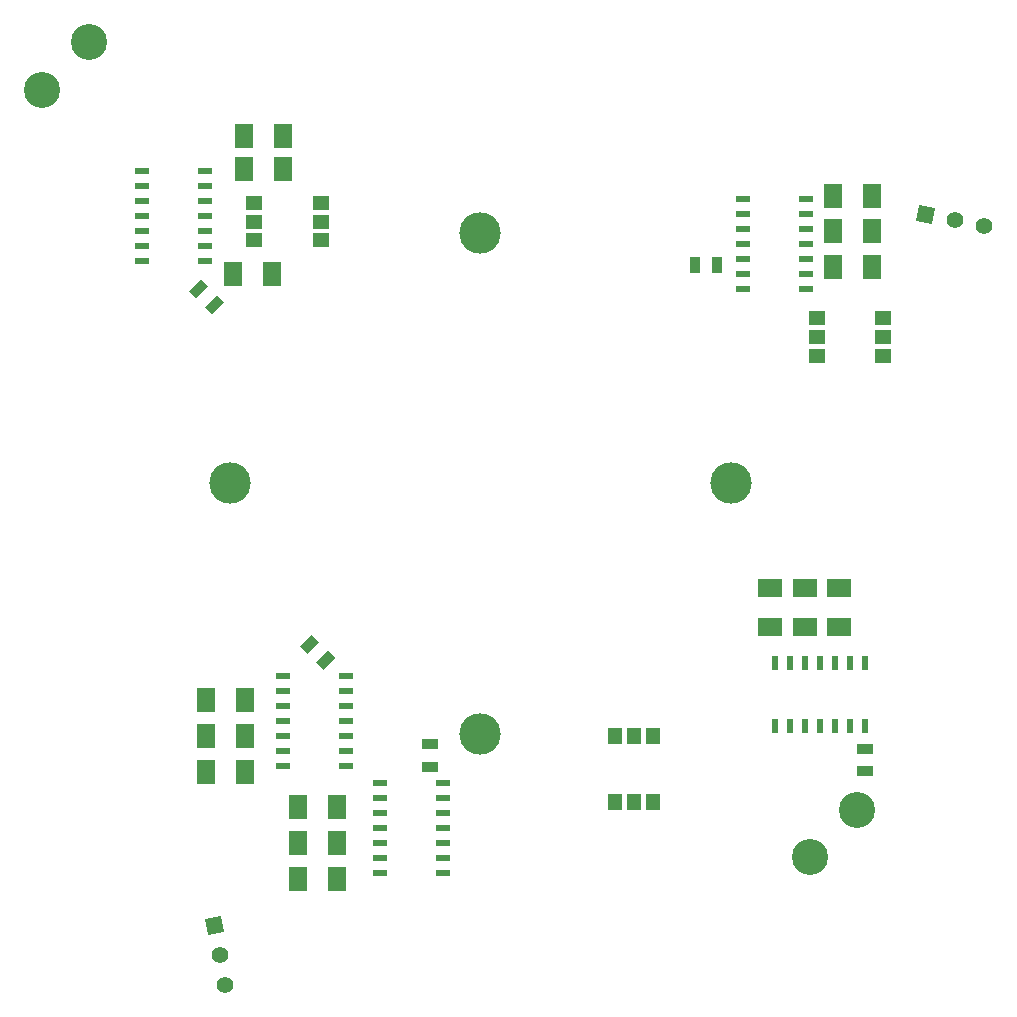
<source format=gts>
G04 (created by PCBNEW (2013-dec-23)-stable) date Sun 22 Jun 2014 10:38:52 PM CEST*
%MOIN*%
G04 Gerber Fmt 3.4, Leading zero omitted, Abs format*
%FSLAX34Y34*%
G01*
G70*
G90*
G04 APERTURE LIST*
%ADD10C,0.00590551*%
%ADD11R,0.06X0.08*%
%ADD12R,0.045X0.02*%
%ADD13R,0.02X0.045*%
%ADD14R,0.08X0.06*%
%ADD15R,0.0472441X0.0551181*%
%ADD16R,0.0551181X0.0472441*%
%ADD17C,0.055*%
%ADD18C,0.1381*%
%ADD19C,0.12*%
%ADD20R,0.055X0.035*%
%ADD21R,0.035X0.055*%
G04 APERTURE END LIST*
G54D10*
G54D11*
X7050Y-23500D03*
X8350Y-23500D03*
G54D12*
X7000Y-8850D03*
X7000Y-8350D03*
X7000Y-7850D03*
X7000Y-7350D03*
X7000Y-6850D03*
X7000Y-6350D03*
X7000Y-5850D03*
X4900Y-5850D03*
X4900Y-6350D03*
X4900Y-6850D03*
X4900Y-7350D03*
X4900Y-7850D03*
X4900Y-8350D03*
X4900Y-8850D03*
X12850Y-26250D03*
X12850Y-26750D03*
X12850Y-27250D03*
X12850Y-27750D03*
X12850Y-28250D03*
X12850Y-28750D03*
X12850Y-29250D03*
X14950Y-29250D03*
X14950Y-28750D03*
X14950Y-28250D03*
X14950Y-27750D03*
X14950Y-27250D03*
X14950Y-26750D03*
X14950Y-26250D03*
G54D13*
X29000Y-22250D03*
X28500Y-22250D03*
X28000Y-22250D03*
X27500Y-22250D03*
X27000Y-22250D03*
X26500Y-22250D03*
X26000Y-22250D03*
X26000Y-24350D03*
X26500Y-24350D03*
X27000Y-24350D03*
X27500Y-24350D03*
X28000Y-24350D03*
X28500Y-24350D03*
X29000Y-24350D03*
G54D12*
X27050Y-9800D03*
X27050Y-9300D03*
X27050Y-8800D03*
X27050Y-8300D03*
X27050Y-7800D03*
X27050Y-7300D03*
X27050Y-6800D03*
X24950Y-6800D03*
X24950Y-7300D03*
X24950Y-7800D03*
X24950Y-8300D03*
X24950Y-8800D03*
X24950Y-9300D03*
X24950Y-9800D03*
X9600Y-22700D03*
X9600Y-23200D03*
X9600Y-23700D03*
X9600Y-24200D03*
X9600Y-24700D03*
X9600Y-25200D03*
X9600Y-25700D03*
X11700Y-25700D03*
X11700Y-25200D03*
X11700Y-24700D03*
X11700Y-24200D03*
X11700Y-23700D03*
X11700Y-23200D03*
X11700Y-22700D03*
G54D14*
X28150Y-19750D03*
X28150Y-21050D03*
G54D11*
X9600Y-5800D03*
X8300Y-5800D03*
X9600Y-4700D03*
X8300Y-4700D03*
X29250Y-9050D03*
X27950Y-9050D03*
X29250Y-6700D03*
X27950Y-6700D03*
X29250Y-7850D03*
X27950Y-7850D03*
X9250Y-9300D03*
X7950Y-9300D03*
X7050Y-24700D03*
X8350Y-24700D03*
G54D14*
X25850Y-19750D03*
X25850Y-21050D03*
X27000Y-19750D03*
X27000Y-21050D03*
G54D11*
X7050Y-25900D03*
X8350Y-25900D03*
X10100Y-28250D03*
X11400Y-28250D03*
X10100Y-29450D03*
X11400Y-29450D03*
X10100Y-27050D03*
X11400Y-27050D03*
G54D15*
X21300Y-24697D03*
X20670Y-24697D03*
X21929Y-24697D03*
X21300Y-26902D03*
X21929Y-26902D03*
X20670Y-26902D03*
G54D16*
X27397Y-11400D03*
X27397Y-12029D03*
X27397Y-10770D03*
X29602Y-11400D03*
X29602Y-10770D03*
X29602Y-12029D03*
X8647Y-7550D03*
X8647Y-8179D03*
X8647Y-6920D03*
X10852Y-7550D03*
X10852Y-6920D03*
X10852Y-8179D03*
G54D10*
G36*
X30696Y-7535D02*
X30797Y-6995D01*
X31337Y-7096D01*
X31236Y-7636D01*
X30696Y-7535D01*
X30696Y-7535D01*
G37*
G54D17*
X32000Y-7500D03*
X32982Y-7683D03*
G54D10*
G36*
X6995Y-30797D02*
X7535Y-30696D01*
X7636Y-31236D01*
X7096Y-31337D01*
X6995Y-30797D01*
X6995Y-30797D01*
G37*
G54D17*
X7500Y-32000D03*
X7683Y-32982D03*
G54D18*
X16176Y-7921D03*
X24528Y-16272D03*
X16176Y-24624D03*
X7824Y-16272D03*
G54D19*
X3149Y-1574D03*
X27165Y-28740D03*
X28740Y-27165D03*
X1574Y-3149D03*
G54D10*
G36*
X10166Y-21705D02*
X10555Y-21316D01*
X10803Y-21564D01*
X10414Y-21953D01*
X10166Y-21705D01*
X10166Y-21705D01*
G37*
G36*
X10696Y-22235D02*
X11085Y-21846D01*
X11333Y-22094D01*
X10944Y-22483D01*
X10696Y-22235D01*
X10696Y-22235D01*
G37*
G54D20*
X14500Y-24975D03*
X14500Y-25725D03*
G54D10*
G36*
X7633Y-10244D02*
X7244Y-10633D01*
X6996Y-10385D01*
X7385Y-9996D01*
X7633Y-10244D01*
X7633Y-10244D01*
G37*
G36*
X7103Y-9714D02*
X6714Y-10103D01*
X6466Y-9855D01*
X6855Y-9466D01*
X7103Y-9714D01*
X7103Y-9714D01*
G37*
G54D21*
X23325Y-9000D03*
X24075Y-9000D03*
G54D20*
X29000Y-25875D03*
X29000Y-25125D03*
M02*

</source>
